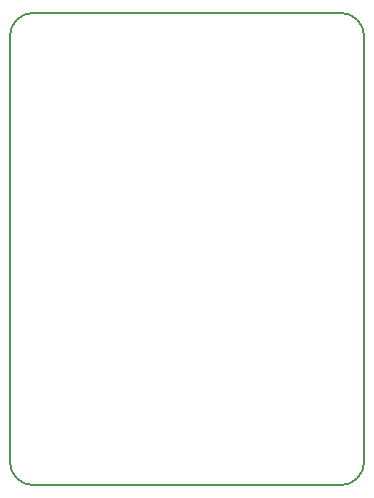
<source format=gbr>
G04 #@! TF.GenerationSoftware,KiCad,Pcbnew,5.1.6-c6e7f7d~86~ubuntu20.04.1*
G04 #@! TF.CreationDate,2020-05-17T01:17:36+03:00*
G04 #@! TF.ProjectId,PIC-ICSP-504050,5049432d-4943-4535-902d-353034303530,v1.0*
G04 #@! TF.SameCoordinates,Original*
G04 #@! TF.FileFunction,Legend,Bot*
G04 #@! TF.FilePolarity,Positive*
%FSLAX46Y46*%
G04 Gerber Fmt 4.6, Leading zero omitted, Abs format (unit mm)*
G04 Created by KiCad (PCBNEW 5.1.6-c6e7f7d~86~ubuntu20.04.1) date 2020-05-17 01:17:36*
%MOMM*%
%LPD*%
G01*
G04 APERTURE LIST*
G04 #@! TA.AperFunction,Profile*
%ADD10C,0.150000*%
G04 #@! TD*
G04 APERTURE END LIST*
D10*
X78000000Y-50000000D02*
G75*
G02*
X80000000Y-52000000I0J-2000000D01*
G01*
X80000000Y-88000000D02*
G75*
G02*
X78000000Y-90000000I-2000000J0D01*
G01*
X52000000Y-90000000D02*
G75*
G02*
X50000000Y-88000000I0J2000000D01*
G01*
X50000000Y-52000000D02*
G75*
G02*
X52000000Y-50000000I2000000J0D01*
G01*
X50000000Y-88000000D02*
X50000000Y-52000000D01*
X52000000Y-90000000D02*
X78000000Y-90000000D01*
X80000000Y-52000000D02*
X80000000Y-88000000D01*
X52000000Y-50000000D02*
X78000000Y-50000000D01*
M02*

</source>
